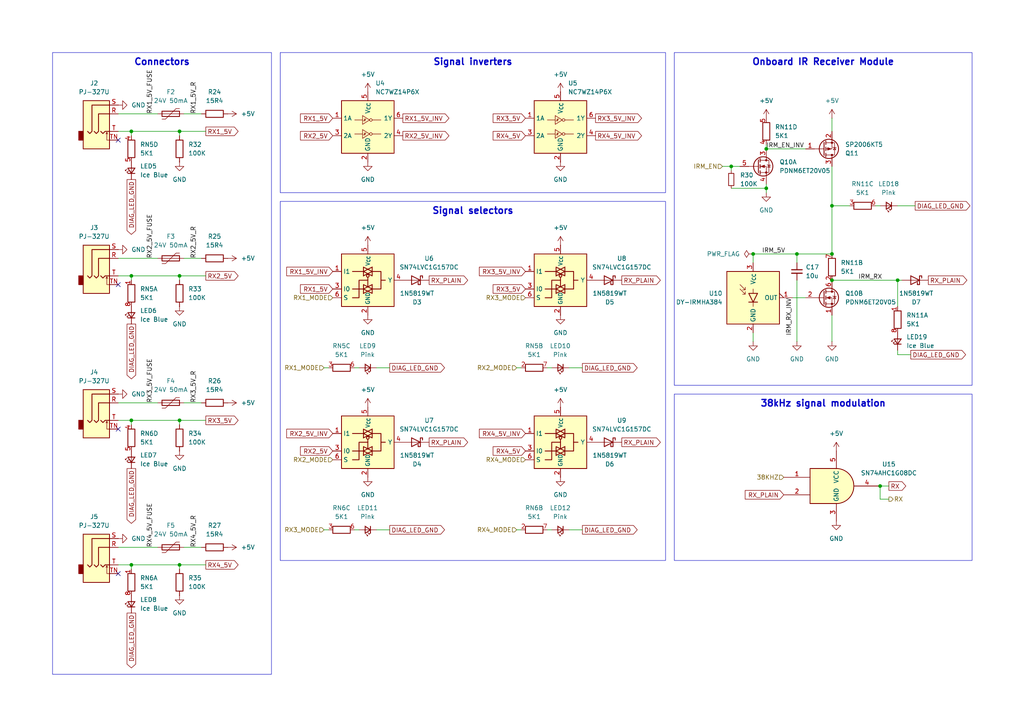
<source format=kicad_sch>
(kicad_sch (version 20250114) (generator "eeschema") (generator_version "9.0")
  (paper "A4")
  (lib_symbols
    (symbol "Device:C_Small" (pin_numbers (hide yes)) (pin_names (offset 0.254) (hide yes))
      (property "Reference" "C" (at 0.254 1.778 0))
      (property "Value" "C_Small" (at 0.254 -2.032 0))
      (symbol "C_Small_1_1"
        (pin passive line (at 0 2.54 270) (length 2.032) (name "~") (number "1"))
        (pin passive line (at 0 -2.54 90) (length 2.032) (name "~") (number "2"))
      )
    )
    (symbol "Device:LED_Small" (pin_numbers (hide yes)) (pin_names (offset 0.254) (hide yes))
      (property "Reference" "D" (at -1.27 3.175 0))
      (property "Value" "LED_Small" (at -4.445 -2.54 0))
      (symbol "LED_Small_1_1"
        (pin passive line (at -2.54 0 0) (length 1.778) (name "K") (number "1"))
        (pin passive line (at 2.54 0 180) (length 1.778) (name "A") (number "2"))
      )
    )
    (symbol "Device:Polyfuse" (pin_numbers (hide yes)) (pin_names (offset 0))
      (property "Reference" "F" (at -2.54 0 90))
      (property "Value" "Polyfuse" (at 2.54 0 90))
      (symbol "Polyfuse_1_1"
        (pin passive line (at 0 3.81 270) (length 1.27) (name "~") (number "1"))
        (pin passive line (at 0 -3.81 90) (length 1.27) (name "~") (number "2"))
      )
    )
    (symbol "Device:R" (pin_numbers (hide yes)) (pin_names (offset 0))
      (property "Reference" "R" (at 2.032 0 90))
      (property "Value" "R" (at 0 0 90))
      (symbol "R_1_1"
        (pin passive line (at 0 3.81 270) (length 1.27) (name "~") (number "1"))
        (pin passive line (at 0 -3.81 90) (length 1.27) (name "~") (number "2"))
      )
    )
    (symbol "Device:R_Pack04_Split" (pin_names (offset 0) (hide yes))
      (property "Reference" "RN" (at 2.032 0 90))
      (property "Value" "R_Pack04_Split" (at 0 0 90))
      (symbol "R_Pack04_Split_1_1"
        (pin passive line (at 0 3.81 270) (length 1.27) (name "R1.2") (number "8"))
        (pin passive line (at 0 -3.81 90) (length 1.27) (name "R1.1") (number "1"))
      )
      (symbol "R_Pack04_Split_2_1"
        (pin passive line (at 0 3.81 270) (length 1.27) (name "R2.2") (number "7"))
        (pin passive line (at 0 -3.81 90) (length 1.27) (name "R2.1") (number "2"))
      )
      (symbol "R_Pack04_Split_3_1"
        (pin passive line (at 0 3.81 270) (length 1.27) (name "R3.2") (number "6"))
        (pin passive line (at 0 -3.81 90) (length 1.27) (name "R3.1") (number "3"))
      )
      (symbol "R_Pack04_Split_4_1"
        (pin passive line (at 0 3.81 270) (length 1.27) (name "R4.2") (number "5"))
        (pin passive line (at 0 -3.81 90) (length 1.27) (name "R4.1") (number "4"))
      )
    )
    (symbol "Device:R_Small" (pin_numbers (hide yes)) (pin_names (offset 0.254) (hide yes))
      (property "Reference" "R" (at 0 0 90))
      (property "Value" "R_Small" (at 1.778 0 90))
      (symbol "R_Small_1_1"
        (pin passive line (at 0 2.54 270) (length 0.762) (name "~") (number "1"))
        (pin passive line (at 0 -2.54 90) (length 0.762) (name "~") (number "2"))
      )
    )
    (symbol "connector:AudioJack3_SwitchT_PJ-327U"
      (property "Reference" "J" (at 0 8.89 0))
      (property "Value" "PJ-327U" (at 0 6.35 0))
      (symbol "AudioJack3_SwitchT_PJ-327U_1_1"
        (pin passive line (at 5.08 2.54 180) (length 2.54) (name "~") (number "S"))
        (pin passive line (at 5.08 0 180) (length 2.54) (name "~") (number "R"))
        (pin passive line (at 5.08 -5.08 180) (length 2.54) (name "~") (number "T"))
        (pin passive line (at 5.08 -7.62 180) (length 2.54) (name "~") (number "TN"))
      )
    )
    (symbol "discrete:1N5819WT" (pin_numbers (hide yes)) (pin_names (offset 1.016) (hide yes))
      (property "Reference" "D" (at 0 2.54 0))
      (property "Value" "1N5819WT" (at 0 -2.54 0))
      (symbol "1N5819WT_1_1"
        (pin passive line (at -3.81 0 0) (length 2.54) (name "K") (number "1"))
        (pin passive line (at 3.81 0 180) (length 2.54) (name "A") (number "2"))
      )
    )
    (symbol "discrete:DY-IRMHA384"
      (property "Reference" "U" (at 2.54 12.7 0))
      (property "Value" "DY-IRMHA384" (at 2.54 10.16 0))
      (symbol "DY-IRMHA384_1_1"
        (pin power_in line (at 0 10.16 270) (length 2.54) (name "V_{CC}") (number "3"))
        (pin power_in line (at 0 -10.16 90) (length 2.54) (name "GND") (number "2"))
        (pin output output_low (at 11.43 0 180) (length 3.81) (name "OUT") (number "1"))
      )
    )
    (symbol "discrete:PDNM6ET20V05" (pin_names (hide yes))
      (property "Reference" "Q" (at 5.08 1.905 0))
      (property "Value" "PDNM6ET20V05" (at 5.08 0 0))
      (symbol "PDNM6ET20V05_1_1"
        (pin input line (at -5.08 0 0) (length 2.54) (name "G") (number "5"))
        (pin passive line (at 2.54 5.08 270) (length 2.54) (name "D") (number "3"))
        (pin passive line (at 2.54 -5.08 90) (length 2.54) (name "S") (number "4"))
      )
      (symbol "PDNM6ET20V05_2_1"
        (pin input line (at -5.08 0 0) (length 2.54) (name "G") (number "2"))
        (pin passive line (at 2.54 5.08 270) (length 2.54) (name "D") (number "6"))
        (pin passive line (at 2.54 -5.08 90) (length 2.54) (name "S") (number "1"))
      )
    )
    (symbol "discrete:SP2006KT5" (pin_names (hide yes))
      (property "Reference" "Q" (at 5.08 1.905 0))
      (property "Value" "SP2006KT5" (at 5.08 0 0))
      (symbol "SP2006KT5_1_1"
        (pin input line (at -5.08 0 0) (length 2.54) (name "G") (number "1"))
        (pin passive line (at 2.54 5.08 270) (length 2.54) (name "D") (number "3"))
        (pin passive line (at 2.54 -5.08 90) (length 2.54) (name "S") (number "2"))
      )
    )
    (symbol "ic:NC7WZ14P6X"
      (property "Reference" "U" (at 2.54 12.7 0))
      (property "Value" "NC7WZ14P6X" (at 2.54 10.16 0))
      (symbol "NC7WZ14P6X_1_1"
        (pin input line (at -10.16 2.54 0) (length 2.54) (name "1A") (number "1"))
        (pin input line (at -10.16 -2.54 0) (length 2.54) (name "2A") (number "3"))
        (pin power_in line (at 0 10.16 270) (length 2.54) (name "V_{CC}") (number "5"))
        (pin power_in line (at 0 -10.16 90) (length 2.54) (name "GND") (number "2"))
        (pin output line (at 10.16 2.54 180) (length 2.54) (name "1Y") (number "6"))
        (pin output line (at 10.16 -2.54 180) (length 2.54) (name "2Y") (number "4"))
      )
    )
    (symbol "ic:SN74AHC1G08DC"
      (property "Reference" "U" (at -5.08 7.62 0))
      (property "Value" "SN74AHC1G08DC" (at 7.62 -7.62 0))
      (symbol "SN74AHC1G08DC_1_1"
        (pin input line (at -15.24 2.54 0) (length 7.62) (name "~") (number "1"))
        (pin input line (at -15.24 -2.54 0) (length 7.62) (name "~") (number "2"))
        (pin power_in line (at 0 10.16 270) (length 5.08) (name "VCC") (number "5"))
        (pin power_in line (at 0 -10.16 90) (length 5.08) (name "GND") (number "3"))
        (pin output line (at 12.7 0 180) (length 7.62) (name "~") (number "4"))
      )
    )
    (symbol "ic:SN74LVC1G157DC"
      (property "Reference" "U" (at 3.175 12.7 0))
      (property "Value" "SN74LVC1G157DC" (at 2.54 10.16 0))
      (symbol "SN74LVC1G157DC_1_1"
        (pin input line (at -10.16 2.54 0) (length 2.54) (name "I1") (number "1"))
        (pin input line (at -10.16 -2.54 0) (length 2.54) (name "I0") (number "3"))
        (pin input line (at -10.16 -5.08 0) (length 2.54) (name "S") (number "6"))
        (pin power_in line (at 0 10.16 270) (length 2.54) (name "V_{CC}") (number "5"))
        (pin power_in line (at 0 -10.16 90) (length 2.54) (name "GND") (number "2"))
        (pin output line (at 10.16 0 180) (length 2.54) (name "Y") (number "4"))
      )
    )
    (symbol "power:GND" (power) (pin_numbers (hide yes)) (pin_names (offset 0) (hide yes))
      (property "Value" "GND" (at 0 -3.81 0))
      (symbol "GND_1_1"
        (pin power_in line (at 0 0 270) (length 0) (name "~") (number "1"))
      )
    )
    (symbol "power:PWR_FLAG" (power) (pin_numbers (hide yes)) (pin_names (offset 0) (hide yes))
      (property "Value" "PWR_FLAG" (at 0 3.81 0))
      (symbol "PWR_FLAG_0_0"
        (pin power_out line (at 0 0 90) (length 0) (name "~") (number "1"))
      )
    )
    (symbol "power:VCC" (power) (pin_numbers (hide yes)) (pin_names (offset 0) (hide yes))
      (property "Value" "VCC" (at 0 3.556 0))
      (symbol "VCC_1_1"
        (pin power_in line (at 0 0 90) (length 0) (name "~") (number "1"))
      )
    )
  )
  (text_box "Signal inverters" (at 81.28 15.24 0) (size 111.76 40.64) (margins 1.4923 1.4923 1.4923 1.4923) (stroke (width 0.127)) (effects (font (size 1.905 1.905) (thickness 0.381) (bold yes)) (justify top)))
  (text_box "Connectors" (at 15.24 15.24 0) (size 63.5 180.34) (margins 1.4923 1.4923 1.4923 1.4923) (stroke (width 0.127)) (effects (font (size 1.905 1.905) (thickness 0.381) (bold yes)) (justify top)))
  (text_box "Onboard IR Receiver Module" (at 195.58 15.24 0) (size 86.36 96.52) (margins 1.4923 1.4923 1.4923 1.4923) (stroke (width 0.127)) (effects (font (size 1.905 1.905) (thickness 0.381) (bold yes)) (justify top)))
  (text_box "38kHz signal modulation" (at 195.58 114.3 0) (size 86.36 48.26) (margins 1.4923 1.4923 1.4923 1.4923) (stroke (width 0.127)) (effects (font (size 1.905 1.905) (thickness 0.381) (bold yes)) (justify top)))
  (text_box "Signal selectors" (at 81.28 58.42 0) (size 111.76 104.14) (margins 1.4923 1.4923 1.4923 1.4923) (stroke (width 0.127)) (effects (font (size 1.905 1.905) (thickness 0.381) (bold yes)) (justify top)))
  (junction (at 52.07 80.01))
  (junction (at 241.3 81.28))
  (junction (at 38.1 80.01))
  (junction (at 260.35 81.28))
  (junction (at 212.09 48.26))
  (junction (at 52.07 163.83))
  (junction (at 241.3 73.66))
  (junction (at 38.1 121.92))
  (junction (at 222.25 43.18))
  (junction (at 38.1 163.83))
  (junction (at 38.1 38.1))
  (junction (at 255.27 140.97))
  (junction (at 52.07 38.1))
  (junction (at 241.3 59.69))
  (junction (at 222.25 54.61))
  (junction (at 218.44 73.66))
  (junction (at 231.14 73.66))
  (junction (at 52.07 121.92))
  (no_connect (at 34.29 40.64))
  (no_connect (at 34.29 166.37))
  (no_connect (at 34.29 124.46))
  (no_connect (at 34.29 82.55))
  (wire (pts (xy 222.25 54.61) (xy 222.25 53.34)))
  (wire (pts (xy 241.3 48.26) (xy 241.3 59.69)))
  (wire (pts (xy 160.02 106.68) (xy 158.75 106.68)))
  (wire (pts (xy 264.16 102.87) (xy 260.35 102.87)))
  (wire (pts (xy 38.1 81.28) (xy 38.1 80.01)))
  (wire (pts (xy 38.1 163.83) (xy 34.29 163.83)))
  (wire (pts (xy 38.1 80.01) (xy 34.29 80.01)))
  (wire (pts (xy 241.3 91.44) (xy 241.3 99.06)))
  (wire (pts (xy 95.25 106.68) (xy 93.98 106.68)))
  (wire (pts (xy 212.09 54.61) (xy 222.25 54.61)))
  (wire (pts (xy 59.69 121.92) (xy 52.07 121.92)))
  (wire (pts (xy 222.25 41.91) (xy 222.25 43.18)))
  (wire (pts (xy 53.34 158.75) (xy 58.42 158.75)))
  (wire (pts (xy 151.13 106.68) (xy 149.86 106.68)))
  (wire (pts (xy 255.27 59.69) (xy 254 59.69)))
  (wire (pts (xy 52.07 121.92) (xy 38.1 121.92)))
  (wire (pts (xy 231.14 81.28) (xy 231.14 99.06)))
  (wire (pts (xy 165.1 153.67) (xy 168.91 153.67)))
  (wire (pts (xy 45.72 158.75) (xy 34.29 158.75)))
  (wire (pts (xy 38.1 165.1) (xy 38.1 163.83)))
  (wire (pts (xy 104.14 106.68) (xy 102.87 106.68)))
  (wire (pts (xy 151.13 153.67) (xy 149.86 153.67)))
  (wire (pts (xy 255.27 144.78) (xy 255.27 140.97)))
  (wire (pts (xy 52.07 38.1) (xy 38.1 38.1)))
  (wire (pts (xy 95.25 153.67) (xy 93.98 153.67)))
  (wire (pts (xy 241.3 81.28) (xy 260.35 81.28)))
  (wire (pts (xy 52.07 38.1) (xy 52.07 39.37)))
  (wire (pts (xy 241.3 59.69) (xy 246.38 59.69)))
  (wire (pts (xy 260.35 81.28) (xy 261.62 81.28)))
  (wire (pts (xy 52.07 80.01) (xy 52.07 81.28)))
  (wire (pts (xy 231.14 73.66) (xy 231.14 76.2)))
  (wire (pts (xy 59.69 80.01) (xy 52.07 80.01)))
  (wire (pts (xy 212.09 48.26) (xy 212.09 49.53)))
  (wire (pts (xy 218.44 73.66) (xy 231.14 73.66)))
  (wire (pts (xy 109.22 106.68) (xy 113.03 106.68)))
  (wire (pts (xy 257.81 144.78) (xy 255.27 144.78)))
  (wire (pts (xy 257.81 140.97) (xy 255.27 140.97)))
  (wire (pts (xy 53.34 116.84) (xy 58.42 116.84)))
  (wire (pts (xy 52.07 163.83) (xy 52.07 165.1)))
  (wire (pts (xy 52.07 121.92) (xy 52.07 123.19)))
  (wire (pts (xy 53.34 74.93) (xy 58.42 74.93)))
  (wire (pts (xy 38.1 39.37) (xy 38.1 38.1)))
  (wire (pts (xy 52.07 80.01) (xy 38.1 80.01)))
  (wire (pts (xy 45.72 33.02) (xy 34.29 33.02)))
  (wire (pts (xy 222.25 55.88) (xy 222.25 54.61)))
  (wire (pts (xy 45.72 74.93) (xy 34.29 74.93)))
  (wire (pts (xy 260.35 81.28) (xy 260.35 88.9)))
  (wire (pts (xy 38.1 123.19) (xy 38.1 121.92)))
  (wire (pts (xy 38.1 121.92) (xy 34.29 121.92)))
  (wire (pts (xy 229.87 86.36) (xy 233.68 86.36)))
  (wire (pts (xy 104.14 153.67) (xy 102.87 153.67)))
  (wire (pts (xy 212.09 48.26) (xy 214.63 48.26)))
  (wire (pts (xy 241.3 34.29) (xy 241.3 38.1)))
  (wire (pts (xy 38.1 38.1) (xy 34.29 38.1)))
  (wire (pts (xy 209.55 48.26) (xy 212.09 48.26)))
  (wire (pts (xy 222.25 43.18) (xy 233.68 43.18)))
  (wire (pts (xy 218.44 99.06) (xy 218.44 96.52)))
  (wire (pts (xy 218.44 73.66) (xy 218.44 76.2)))
  (wire (pts (xy 59.69 163.83) (xy 52.07 163.83)))
  (wire (pts (xy 165.1 106.68) (xy 168.91 106.68)))
  (wire (pts (xy 52.07 163.83) (xy 38.1 163.83)))
  (wire (pts (xy 109.22 153.67) (xy 113.03 153.67)))
  (wire (pts (xy 53.34 33.02) (xy 58.42 33.02)))
  (wire (pts (xy 241.3 59.69) (xy 241.3 73.66)))
  (wire (pts (xy 45.72 116.84) (xy 34.29 116.84)))
  (wire (pts (xy 260.35 102.87) (xy 260.35 101.6)))
  (wire (pts (xy 160.02 153.67) (xy 158.75 153.67)))
  (wire (pts (xy 260.35 59.69) (xy 265.43 59.69)))
  (wire (pts (xy 231.14 73.66) (xy 241.3 73.66)))
  (wire (pts (xy 59.69 38.1) (xy 52.07 38.1)))
  (label "IRM_RX" (at 248.92 81.28 0))
  (label "IRM_5V" (at 220.98 73.66 0))
  (label "IRM_RX_INV" (at 229.87 86.36 270))
  (label "RX3_5V_FUSE" (at 44.45 116.84 90))
  (label "RX3_5V_R" (at 57.15 116.84 90))
  (label "RX2_5V_R" (at 57.15 74.93 90))
  (label "RX1_5V_R" (at 57.15 33.02 90))
  (label "RX4_5V_FUSE" (at 44.45 158.75 90))
  (label "RX2_5V_FUSE" (at 44.45 74.93 90))
  (label "RX1_5V_FUSE" (at 44.45 33.02 90))
  (label "IRM_EN_INV" (at 222.25 43.18 0))
  (label "RX4_5V_R" (at 57.15 158.75 90))
  (global_label "RX_PLAIN" (shape input) (at 227.33 143.51 180) (property "Intersheetrefs" "${INTERSHEET_REFS}" (effects (hide yes))))
  (global_label "DIAG_LED_GND" (shape output) (at 265.43 59.69 0) (property "Intersheetrefs" "${INTERSHEET_REFS}" (effects (hide yes))))
  (global_label "RX_PLAIN" (shape output) (at 180.34 81.28 0) (property "Intersheetrefs" "${INTERSHEET_REFS}" (effects (hide yes))))
  (global_label "RX2_5V" (shape input) (at 96.52 130.81 180) (property "Intersheetrefs" "${INTERSHEET_REFS}" (effects (hide yes))))
  (global_label "DIAG_LED_GND" (shape output) (at 38.1 177.8 270) (property "Intersheetrefs" "${INTERSHEET_REFS}" (effects (hide yes))))
  (global_label "RX4_5V" (shape input) (at 152.4 130.81 180) (property "Intersheetrefs" "${INTERSHEET_REFS}" (effects (hide yes))))
  (global_label "RX1_5V" (shape output) (at 59.69 38.1 0) (property "Intersheetrefs" "${INTERSHEET_REFS}" (effects (hide yes))))
  (global_label "RX3_5V_INV" (shape input) (at 152.4 78.74 180) (property "Intersheetrefs" "${INTERSHEET_REFS}" (effects (hide yes))))
  (global_label "DIAG_LED_GND" (shape output) (at 38.1 52.07 270) (property "Intersheetrefs" "${INTERSHEET_REFS}" (effects (hide yes))))
  (global_label "RX1_5V_INV" (shape input) (at 96.52 78.74 180) (property "Intersheetrefs" "${INTERSHEET_REFS}" (effects (hide yes))))
  (global_label "RX_PLAIN" (shape output) (at 124.46 81.28 0) (property "Intersheetrefs" "${INTERSHEET_REFS}" (effects (hide yes))))
  (global_label "RX3_5V" (shape input) (at 152.4 34.29 180) (property "Intersheetrefs" "${INTERSHEET_REFS}" (effects (hide yes))))
  (global_label "RX_PLAIN" (shape output) (at 124.46 128.27 0) (property "Intersheetrefs" "${INTERSHEET_REFS}" (effects (hide yes))))
  (global_label "RX3_5V" (shape output) (at 59.69 121.92 0) (property "Intersheetrefs" "${INTERSHEET_REFS}" (effects (hide yes))))
  (global_label "RX2_5V_INV" (shape output) (at 116.84 39.37 0) (property "Intersheetrefs" "${INTERSHEET_REFS}" (effects (hide yes))))
  (global_label "RX2_5V_INV" (shape input) (at 96.52 125.73 180) (property "Intersheetrefs" "${INTERSHEET_REFS}" (effects (hide yes))))
  (global_label "DIAG_LED_GND" (shape output) (at 38.1 93.98 270) (property "Intersheetrefs" "${INTERSHEET_REFS}" (effects (hide yes))))
  (global_label "RX1_5V" (shape input) (at 96.52 34.29 180) (property "Intersheetrefs" "${INTERSHEET_REFS}" (effects (hide yes))))
  (global_label "RX1_5V_INV" (shape output) (at 116.84 34.29 0) (property "Intersheetrefs" "${INTERSHEET_REFS}" (effects (hide yes))))
  (global_label "RX4_5V_INV" (shape output) (at 172.72 39.37 0) (property "Intersheetrefs" "${INTERSHEET_REFS}" (effects (hide yes))))
  (global_label "DIAG_LED_GND" (shape output) (at 168.91 153.67 0) (property "Intersheetrefs" "${INTERSHEET_REFS}" (effects (hide yes))))
  (global_label "RX" (shape output) (at 257.81 140.97 0) (property "Intersheetrefs" "${INTERSHEET_REFS}" (effects (hide yes))))
  (global_label "DIAG_LED_GND" (shape output) (at 168.91 106.68 0) (property "Intersheetrefs" "${INTERSHEET_REFS}" (effects (hide yes))))
  (global_label "RX4_5V" (shape output) (at 59.69 163.83 0) (property "Intersheetrefs" "${INTERSHEET_REFS}" (effects (hide yes))))
  (global_label "RX4_5V_INV" (shape input) (at 152.4 125.73 180) (property "Intersheetrefs" "${INTERSHEET_REFS}" (effects (hide yes))))
  (global_label "RX3_5V_INV" (shape output) (at 172.72 34.29 0) (property "Intersheetrefs" "${INTERSHEET_REFS}" (effects (hide yes))))
  (global_label "RX_PLAIN" (shape output) (at 180.34 128.27 0) (property "Intersheetrefs" "${INTERSHEET_REFS}" (effects (hide yes))))
  (global_label "RX4_5V" (shape input) (at 152.4 39.37 180) (property "Intersheetrefs" "${INTERSHEET_REFS}" (effects (hide yes))))
  (global_label "RX1_5V" (shape input) (at 96.52 83.82 180) (property "Intersheetrefs" "${INTERSHEET_REFS}" (effects (hide yes))))
  (global_label "RX_PLAIN" (shape output) (at 269.24 81.28 0) (property "Intersheetrefs" "${INTERSHEET_REFS}" (effects (hide yes))))
  (global_label "DIAG_LED_GND" (shape output) (at 38.1 135.89 270) (property "Intersheetrefs" "${INTERSHEET_REFS}" (effects (hide yes))))
  (global_label "RX2_5V" (shape output) (at 59.69 80.01 0) (property "Intersheetrefs" "${INTERSHEET_REFS}" (effects (hide yes))))
  (global_label "DIAG_LED_GND" (shape output) (at 113.03 106.68 0) (property "Intersheetrefs" "${INTERSHEET_REFS}" (effects (hide yes))))
  (global_label "DIAG_LED_GND" (shape output) (at 113.03 153.67 0) (property "Intersheetrefs" "${INTERSHEET_REFS}" (effects (hide yes))))
  (global_label "RX2_5V" (shape input) (at 96.52 39.37 180) (property "Intersheetrefs" "${INTERSHEET_REFS}" (effects (hide yes))))
  (global_label "RX3_5V" (shape input) (at 152.4 83.82 180) (property "Intersheetrefs" "${INTERSHEET_REFS}" (effects (hide yes))))
  (global_label "DIAG_LED_GND" (shape output) (at 264.16 102.87 0) (property "Intersheetrefs" "${INTERSHEET_REFS}" (effects (hide yes))))
  (hierarchical_label "RX3_MODE" (shape input) (at 93.98 153.67 180))
  (hierarchical_label "RX4_MODE" (shape input) (at 149.86 153.67 180))
  (hierarchical_label "RX4_MODE" (shape input) (at 152.4 133.35 180))
  (hierarchical_label "RX2_MODE" (shape input) (at 149.86 106.68 180))
  (hierarchical_label "38KHZ" (shape input) (at 227.33 138.43 180))
  (hierarchical_label "RX2_MODE" (shape input) (at 96.52 133.35 180))
  (hierarchical_label "RX1_MODE" (shape input) (at 93.98 106.68 180))
  (hierarchical_label "IRM_EN" (shape input) (at 209.55 48.26 180))
  (hierarchical_label "RX1_MODE" (shape input) (at 96.52 86.36 180))
  (hierarchical_label "RX" (shape output) (at 257.81 144.78 0))
  (hierarchical_label "RX3_MODE" (shape input) (at 152.4 86.36 180))
  (symbol (lib_id "Device:LED_Small") (at 162.56 106.68 180) (unit 1)
    (property "Reference" "LED10" (at 162.4965 100.33 0))
    (property "Value" "Pink" (at 162.4965 102.87 0))
    (property "Footprint" "discrete:LED_0603_1608Metric" (effects (hide yes)))
    (property "Description" "Light emitting diode, small symbol" (effects (hide yes)))
    (property "LCSC Part" "C7496826" (effects (hide yes)))
    (property "Sim.Pin" "1=K 2=A" (effects (hide yes)))
  )
  (symbol (lib_id "power:GND") (at 52.07 172.72 0) (mirror y) (unit 1)
    (property "Reference" "#PWR0134" (effects (hide yes)))
    (property "Value" "GND" (at 52.07 177.8 0))
    (property "Description" "Power symbol creates a global label with name \"GND\" , ground" (effects (hide yes)))
  )
  (symbol (lib_id "Device:R_Pack04_Split") (at 38.1 85.09 180) (unit 1)
    (property "Reference" "RN5" (at 40.64 83.8199 0) (effects (justify right)))
    (property "Value" "5K1" (at 40.64 86.3599 0) (effects (justify right)))
    (property "Footprint" "discrete:R_Array_Convex_4x0603" (effects (hide yes)))
    (property "Description" "4 resistor network, parallel topology, split" (effects (hide yes)))
    (property "LCSC Part" "C711414" (effects (hide yes)))
  )
  (symbol (lib_id "Device:R_Pack04_Split") (at 38.1 168.91 180) (unit 1)
    (property "Reference" "RN6" (at 40.64 167.6399 0) (effects (justify right)))
    (property "Value" "5K1" (at 40.64 170.1799 0) (effects (justify right)))
    (property "Footprint" "discrete:R_Array_Convex_4x0603" (effects (hide yes)))
    (property "Description" "4 resistor network, parallel topology, split" (effects (hide yes)))
    (property "LCSC Part" "C711414" (effects (hide yes)))
  )
  (symbol (lib_id "power:VCC") (at 66.04 74.93 270) (unit 1)
    (property "Reference" "#PWR038" (effects (hide yes)))
    (property "Value" "+5V" (at 69.85 74.9299 90) (effects (justify left)))
    (property "Description" "Power symbol creates a global label with name \"VCC\"" (effects (hide yes)))
  )
  (symbol (lib_id "discrete:1N5819WT") (at 176.53 81.28 0) (mirror y) (unit 1)
    (property "Reference" "D5" (at 176.8475 87.63 0))
    (property "Value" "1N5819WT" (at 176.8475 85.09 0))
    (property "Footprint" "package:D_SOD-523" (effects (hide yes)))
    (property "Datasheet" "https://www.lcsc.com/datasheet/lcsc_datasheet_2403011756_JSMSEMI-1N5819WT_C20754784.pdf" (effects (hide yes)))
    (property "Description" "40V 600mV@200mA 350mA SOD-523 Schottky Barrier Diodes, SOD-523" (effects (hide yes)))
    (property "LCSC Part" "C20754784" (effects (hide yes)))
  )
  (symbol (lib_id "Device:LED_Small") (at 257.81 59.69 180) (unit 1)
    (property "Reference" "LED18" (at 257.7465 53.34 0))
    (property "Value" "Pink" (at 257.7465 55.88 0))
    (property "Footprint" "discrete:LED_0603_1608Metric" (effects (hide yes)))
    (property "Description" "Light emitting diode, small symbol" (effects (hide yes)))
    (property "LCSC Part" "C7496826" (effects (hide yes)))
    (property "Sim.Pin" "1=K 2=A" (effects (hide yes)))
  )
  (symbol (lib_id "Device:R_Pack04_Split") (at 241.3 77.47 0) (unit 2)
    (property "Reference" "RN11" (at 243.84 76.1999 0) (effects (justify left)))
    (property "Value" "5K1" (at 243.84 78.7399 0) (effects (justify left)))
    (property "Footprint" "discrete:R_Array_Convex_4x0603" (effects (hide yes)))
    (property "Description" "4 resistor network, parallel topology, split" (effects (hide yes)))
    (property "LCSC Part" "C711414" (effects (hide yes)))
  )
  (symbol (lib_id "power:GND") (at 231.14 99.06 0) (unit 1)
    (property "Reference" "#PWR0168" (effects (hide yes)))
    (property "Value" "GND" (at 231.14 104.14 0))
    (property "Description" "Power symbol creates a global label with name \"GND\" , ground" (effects (hide yes)))
  )
  (symbol (lib_id "power:VCC") (at 66.04 33.02 270) (unit 1)
    (property "Reference" "#PWR036" (effects (hide yes)))
    (property "Value" "+5V" (at 69.85 33.0199 90) (effects (justify left)))
    (property "Description" "Power symbol creates a global label with name \"VCC\"" (effects (hide yes)))
  )
  (symbol (lib_id "power:GND") (at 242.57 151.13 0) (unit 1)
    (property "Reference" "#PWR0160" (effects (hide yes)))
    (property "Value" "GND" (at 242.57 156.21 0))
    (property "Description" "Power symbol creates a global label with name \"GND\" , ground" (effects (hide yes)))
  )
  (symbol (lib_id "power:GND") (at 34.29 114.3 90) (mirror x) (unit 1)
    (property "Reference" "#PWR042" (effects (hide yes)))
    (property "Value" "GND" (at 38.1 114.2999 90) (effects (justify right)))
    (property "Description" "Power symbol creates a global label with name \"GND\" , ground" (effects (hide yes)))
  )
  (symbol (lib_id "power:GND") (at 106.68 46.99 0) (unit 1)
    (property "Reference" "#PWR047" (effects (hide yes)))
    (property "Value" "GND" (at 106.68 52.07 0))
    (property "Description" "Power symbol creates a global label with name \"GND\" , ground" (effects (hide yes)))
  )
  (symbol (lib_id "discrete:1N5819WT") (at 120.65 81.28 0) (mirror y) (unit 1)
    (property "Reference" "D3" (at 120.9675 87.63 0))
    (property "Value" "1N5819WT" (at 120.9675 85.09 0))
    (property "Footprint" "package:D_SOD-523" (effects (hide yes)))
    (property "Datasheet" "https://www.lcsc.com/datasheet/lcsc_datasheet_2403011756_JSMSEMI-1N5819WT_C20754784.pdf" (effects (hide yes)))
    (property "Description" "40V 600mV@200mA 350mA SOD-523 Schottky Barrier Diodes, SOD-523" (effects (hide yes)))
    (property "LCSC Part" "C20754784" (effects (hide yes)))
  )
  (symbol (lib_id "Device:R_Pack04_Split") (at 38.1 127 180) (unit 4)
    (property "Reference" "RN6" (at 40.64 125.7299 0) (effects (justify right)))
    (property "Value" "5K1" (at 40.64 128.2699 0) (effects (justify right)))
    (property "Footprint" "discrete:R_Array_Convex_4x0603" (effects (hide yes)))
    (property "Description" "4 resistor network, parallel topology, split" (effects (hide yes)))
    (property "LCSC Part" "C711414" (effects (hide yes)))
  )
  (symbol (lib_id "ic:SN74LVC1G157DC") (at 162.56 81.28 0) (unit 1)
    (property "Reference" "U8" (at 180.34 74.9614 0))
    (property "Value" "SN74LVC1G157DC" (at 180.34 77.5014 0))
    (property "Footprint" "Package_TO_SOT_SMD:SOT-363_SC-70-6" (effects (hide yes)))
    (property "Datasheet" "https://www.lcsc.com/datasheet/lcsc_datasheet_2406211532_lingxingic-SN74LVC1G157DC-LX_C22469913.pdf" (effects (hide yes)))
    (property "Description" "Single 2-input multiplexer, Low-Voltage CMOS" (effects (hide yes)))
    (property "LCSC Part" "C22469913" (effects (hide yes)))
  )
  (symbol (lib_id "ic:SN74LVC1G157DC") (at 106.68 81.28 0) (unit 1)
    (property "Reference" "U6" (at 124.46 74.9614 0))
    (property "Value" "SN74LVC1G157DC" (at 124.46 77.5014 0))
    (property "Footprint" "Package_TO_SOT_SMD:SOT-363_SC-70-6" (effects (hide yes)))
    (property "Datasheet" "https://www.lcsc.com/datasheet/lcsc_datasheet_2406211532_lingxingic-SN74LVC1G157DC-LX_C22469913.pdf" (effects (hide yes)))
    (property "Description" "Single 2-input multiplexer, Low-Voltage CMOS" (effects (hide yes)))
    (property "LCSC Part" "C22469913" (effects (hide yes)))
  )
  (symbol (lib_id "power:VCC") (at 241.3 34.29 0) (unit 1)
    (property "Reference" "#PWR0164" (effects (hide yes)))
    (property "Value" "+5V" (at 241.3 29.21 0))
    (property "Description" "Power symbol creates a global label with name \"VCC\"" (effects (hide yes)))
  )
  (symbol (lib_id "power:GND") (at 106.68 138.43 0) (unit 1)
    (property "Reference" "#PWR055" (effects (hide yes)))
    (property "Value" "GND" (at 106.68 143.51 0))
    (property "Description" "Power symbol creates a global label with name \"GND\" , ground" (effects (hide yes)))
  )
  (symbol (lib_id "power:GND") (at 34.29 30.48 90) (mirror x) (unit 1)
    (property "Reference" "#PWR012" (effects (hide yes)))
    (property "Value" "GND" (at 38.1 30.4799 90) (effects (justify right)))
    (property "Description" "Power symbol creates a global label with name \"GND\" , ground" (effects (hide yes)))
  )
  (symbol (lib_id "power:GND") (at 52.07 130.81 0) (mirror y) (unit 1)
    (property "Reference" "#PWR0124" (effects (hide yes)))
    (property "Value" "GND" (at 52.07 135.89 0))
    (property "Description" "Power symbol creates a global label with name \"GND\" , ground" (effects (hide yes)))
  )
  (symbol (lib_id "power:GND") (at 106.68 91.44 0) (unit 1)
    (property "Reference" "#PWR051" (effects (hide yes)))
    (property "Value" "GND" (at 106.68 96.52 0))
    (property "Description" "Power symbol creates a global label with name \"GND\" , ground" (effects (hide yes)))
  )
  (symbol (lib_id "connector:AudioJack3_SwitchT_PJ-327U") (at 29.21 33.02 0) (unit 1)
    (property "Reference" "J2" (at 27.305 24.13 0))
    (property "Value" "PJ-327U" (at 27.305 26.67 0))
    (property "Footprint" "connector:Jack_3.5mm_PJ-327U-SMT_Horizontal" (effects (hide yes)))
    (property "Description" "Audio Jack, 3 Poles (Stereo / TRS), Switched T Pole (Normalling)" (effects (hide yes)))
    (property "LCSC Part" "C397453" (effects (hide yes)))
  )
  (symbol (lib_id "Device:R_Small") (at 212.09 52.07 0) (unit 1)
    (property "Reference" "R30" (at 214.63 50.7999 0) (effects (justify left)))
    (property "Value" "100K" (at 214.63 53.3399 0) (effects (justify left)))
    (property "Footprint" "Resistor_SMD:R_0603_1608Metric" (effects (hide yes)))
    (property "Description" "Resistor, small symbol" (effects (hide yes)))
    (property "LCSC Part" "C25803" (effects (hide yes)))
  )
  (symbol (lib_id "Device:R_Pack04_Split") (at 260.35 92.71 180) (unit 1)
    (property "Reference" "RN11" (at 262.89 91.4399 0) (effects (justify right)))
    (property "Value" "5K1" (at 262.89 93.9799 0) (effects (justify right)))
    (property "Footprint" "discrete:R_Array_Convex_4x0603" (effects (hide yes)))
    (property "Description" "4 resistor network, parallel topology, split" (effects (hide yes)))
    (property "LCSC Part" "C711414" (effects (hide yes)))
  )
  (symbol (lib_id "Device:R") (at 62.23 74.93 90) (unit 1)
    (property "Reference" "R25" (at 62.23 68.58 90))
    (property "Value" "15R4" (at 62.23 71.12 90))
    (property "Footprint" "Resistor_SMD:R_1206_3216Metric" (effects (hide yes)))
    (property "Description" "Resistor" (effects (hide yes)))
    (property "LCSC Part" "C3013373" (effects (hide yes)))
  )
  (symbol (lib_id "power:VCC") (at 106.68 26.67 0) (unit 1)
    (property "Reference" "#PWR046" (effects (hide yes)))
    (property "Value" "+5V" (at 106.68 21.59 0))
    (property "Description" "Power symbol creates a global label with name \"VCC\"" (effects (hide yes)))
  )
  (symbol (lib_id "Device:LED_Small") (at 38.1 49.53 90) (unit 1)
    (property "Reference" "LED5" (at 40.64 48.1964 90) (effects (justify right)))
    (property "Value" "Ice Blue" (at 40.64 50.7364 90) (effects (justify right)))
    (property "Footprint" "discrete:LED_0603_1608Metric" (effects (hide yes)))
    (property "Description" "Light emitting diode, small symbol" (effects (hide yes)))
    (property "Sim.Pin" "1=K 2=A" (effects (hide yes)))
    (property "LCSC Part" "C7496823" (effects (hide yes)))
  )
  (symbol (lib_id "Device:LED_Small") (at 260.35 99.06 90) (unit 1)
    (property "Reference" "LED19" (at 262.89 97.7264 90) (effects (justify right)))
    (property "Value" "Ice Blue" (at 262.89 100.2664 90) (effects (justify right)))
    (property "Footprint" "discrete:LED_0603_1608Metric" (effects (hide yes)))
    (property "Description" "Light emitting diode, small symbol" (effects (hide yes)))
    (property "Sim.Pin" "1=K 2=A" (effects (hide yes)))
    (property "LCSC Part" "C7496823" (effects (hide yes)))
  )
  (symbol (lib_id "Device:R_Pack04_Split") (at 38.1 43.18 180) (unit 4)
    (property "Reference" "RN5" (at 40.64 41.9099 0) (effects (justify right)))
    (property "Value" "5K1" (at 40.64 44.4499 0) (effects (justify right)))
    (property "Footprint" "discrete:R_Array_Convex_4x0603" (effects (hide yes)))
    (property "Description" "4 resistor network, parallel topology, split" (effects (hide yes)))
    (property "LCSC Part" "C711414" (effects (hide yes)))
  )
  (symbol (lib_id "Device:R") (at 62.23 33.02 90) (unit 1)
    (property "Reference" "R24" (at 62.23 26.67 90))
    (property "Value" "15R4" (at 62.23 29.21 90))
    (property "Footprint" "Resistor_SMD:R_1206_3216Metric" (effects (hide yes)))
    (property "Description" "Resistor" (effects (hide yes)))
    (property "LCSC Part" "C3013373" (effects (hide yes)))
  )
  (symbol (lib_id "discrete:SP2006KT5") (at 238.76 43.18 0) (mirror x) (unit 1)
    (property "Reference" "Q11" (at 245.11 44.4501 0) (effects (justify left)))
    (property "Value" "SP2006KT5" (at 245.11 41.9101 0) (effects (justify left)))
    (property "Footprint" "package:SOT-523" (effects (hide yes)))
    (property "Datasheet" "https://www.lcsc.com/datasheet/lcsc_datasheet_2411212332_Siliup-SP2006KT5_C41355141.pdf" (effects (hide yes)))
    (property "Description" "-0.66A Id, -20V Vds, P-Channel MOSFET, SOT-563" (effects (hide yes)))
    (property "LCSC Part" "C41355141" (effects (hide yes)))
  )
  (symbol (lib_id "Device:R_Pack04_Split") (at 222.25 38.1 0) (unit 4)
    (property "Reference" "RN11" (at 224.79 36.8299 0) (effects (justify left)))
    (property "Value" "5K1" (at 224.79 39.3699 0) (effects (justify left)))
    (property "Footprint" "discrete:R_Array_Convex_4x0603" (effects (hide yes)))
    (property "Description" "4 resistor network, parallel topology, split" (effects (hide yes)))
    (property "LCSC Part" "C711414" (effects (hide yes)))
  )
  (symbol (lib_id "Device:R") (at 52.07 127 180) (unit 1)
    (property "Reference" "R34" (at 54.61 125.7299 0) (effects (justify right)))
    (property "Value" "100K" (at 54.61 128.2699 0) (effects (justify right)))
    (property "Footprint" "Resistor_SMD:R_0603_1608Metric" (effects (hide yes)))
    (property "Description" "Resistor" (effects (hide yes)))
    (property "LCSC Part" "C25803" (effects (hide yes)))
  )
  (symbol (lib_id "Device:Polyfuse") (at 49.53 74.93 90) (unit 1)
    (property "Reference" "F3" (at 49.53 68.58 90))
    (property "Value" "24V 50mA" (at 49.53 71.12 90))
    (property "Footprint" "Fuse:Fuse_0603_1608Metric" (effects (hide yes)))
    (property "Datasheet" "https://www.lcsc.com/datasheet/lcsc_datasheet_2410122003_Shenzhen-JDT-Fuse-ASMD1206-200-16V_C2982271.pdf" (effects (hide yes)))
    (property "Description" "Resettable fuse, polymeric positive temperature coefficient" (effects (hide yes)))
    (property "LCSC Part" "C369141" (effects (hide yes)))
  )
  (symbol (lib_id "Device:LED_Small") (at 106.68 106.68 180) (unit 1)
    (property "Reference" "LED9" (at 106.6165 100.33 0))
    (property "Value" "Pink" (at 106.6165 102.87 0))
    (property "Footprint" "discrete:LED_0603_1608Metric" (effects (hide yes)))
    (property "Description" "Light emitting diode, small symbol" (effects (hide yes)))
    (property "LCSC Part" "C7496826" (effects (hide yes)))
    (property "Sim.Pin" "1=K 2=A" (effects (hide yes)))
  )
  (symbol (lib_id "discrete:DY-IRMHA384") (at 218.44 86.36 0) (unit 1)
    (property "Reference" "U10" (at 209.55 85.0899 0) (effects (justify right)))
    (property "Value" "DY-IRMHA384" (at 209.55 87.6299 0) (effects (justify right)))
    (property "Footprint" "package:IRM_5.0mmx4.2mm_P1.27mm_Horizontal" (effects (hide yes)))
    (property "Datasheet" "https://www.lcsc.com/datasheet/lcsc_datasheet_2306011403_TONYU-DY-IRMHA384-T05-2KB_C6071554.pdf" (effects (hide yes)))
    (property "Description" "38kHz 18m ±45° 2.7V-5.5V Infrared Receiver Module (IRM)" (effects (hide yes)))
    (property "LCSC Part" "C6071554" (effects (hide yes)))
  )
  (symbol (lib_id "connector:AudioJack3_SwitchT_PJ-327U") (at 29.21 74.93 0) (unit 1)
    (property "Reference" "J3" (at 27.305 66.04 0))
    (property "Value" "PJ-327U" (at 27.305 68.58 0))
    (property "Footprint" "connector:Jack_3.5mm_PJ-327U-SMT_Horizontal" (effects (hide yes)))
    (property "Description" "Audio Jack, 3 Poles (Stereo / TRS), Switched T Pole (Normalling)" (effects (hide yes)))
    (property "LCSC Part" "C397453" (effects (hide yes)))
  )
  (symbol (lib_id "power:VCC") (at 66.04 116.84 270) (unit 1)
    (property "Reference" "#PWR043" (effects (hide yes)))
    (property "Value" "+5V" (at 69.85 116.8399 90) (effects (justify left)))
    (property "Description" "Power symbol creates a global label with name \"VCC\"" (effects (hide yes)))
  )
  (symbol (lib_id "Device:LED_Small") (at 38.1 175.26 90) (unit 1)
    (property "Reference" "LED8" (at 40.64 173.9264 90) (effects (justify right)))
    (property "Value" "Ice Blue" (at 40.64 176.4664 90) (effects (justify right)))
    (property "Footprint" "discrete:LED_0603_1608Metric" (effects (hide yes)))
    (property "Description" "Light emitting diode, small symbol" (effects (hide yes)))
    (property "Sim.Pin" "1=K 2=A" (effects (hide yes)))
    (property "LCSC Part" "C7496823" (effects (hide yes)))
  )
  (symbol (lib_id "power:VCC") (at 106.68 71.12 0) (unit 1)
    (property "Reference" "#PWR050" (effects (hide yes)))
    (property "Value" "+5V" (at 106.68 66.04 0))
    (property "Description" "Power symbol creates a global label with name \"VCC\"" (effects (hide yes)))
  )
  (symbol (lib_id "discrete:1N5819WT") (at 176.53 128.27 0) (mirror y) (unit 1)
    (property "Reference" "D6" (at 176.8475 134.62 0))
    (property "Value" "1N5819WT" (at 176.8475 132.08 0))
    (property "Footprint" "package:D_SOD-523" (effects (hide yes)))
    (property "Datasheet" "https://www.lcsc.com/datasheet/lcsc_datasheet_2403011756_JSMSEMI-1N5819WT_C20754784.pdf" (effects (hide yes)))
    (property "Description" "40V 600mV@200mA 350mA SOD-523 Schottky Barrier Diodes, SOD-523" (effects (hide yes)))
    (property "LCSC Part" "C20754784" (effects (hide yes)))
  )
  (symbol (lib_id "power:GND") (at 52.07 46.99 0) (mirror y) (unit 1)
    (property "Reference" "#PWR034" (effects (hide yes)))
    (property "Value" "GND" (at 52.07 52.07 0))
    (property "Description" "Power symbol creates a global label with name \"GND\" , ground" (effects (hide yes)))
  )
  (symbol (lib_id "power:VCC") (at 222.25 34.29 0) (unit 1)
    (property "Reference" "#PWR0167" (effects (hide yes)))
    (property "Value" "+5V" (at 222.25 29.21 0))
    (property "Description" "Power symbol creates a global label with name \"VCC\"" (effects (hide yes)))
  )
  (symbol (lib_id "Device:LED_Small") (at 38.1 133.35 90) (unit 1)
    (property "Reference" "LED7" (at 40.64 132.0164 90) (effects (justify right)))
    (property "Value" "Ice Blue" (at 40.64 134.5564 90) (effects (justify right)))
    (property "Footprint" "discrete:LED_0603_1608Metric" (effects (hide yes)))
    (property "Description" "Light emitting diode, small symbol" (effects (hide yes)))
    (property "Sim.Pin" "1=K 2=A" (effects (hide yes)))
    (property "LCSC Part" "C7496823" (effects (hide yes)))
  )
  (symbol (lib_id "Device:C_Small") (at 231.14 78.74 0) (unit 1)
    (property "Reference" "C17" (at 233.68 77.4762 0) (effects (justify left)))
    (property "Value" "10u" (at 233.68 80.0162 0) (effects (justify left)))
    (property "Footprint" "discrete:C_0603_1608Metric" (effects (hide yes)))
    (property "Description" "Unpolarized capacitor, small symbol" (effects (hide yes)))
    (property "LCSC Part" "C22367825" (effects (hide yes)))
  )
  (symbol (lib_id "Device:R") (at 62.23 158.75 90) (unit 1)
    (property "Reference" "R27" (at 62.23 152.4 90))
    (property "Value" "15R4" (at 62.23 154.94 90))
    (property "Footprint" "Resistor_SMD:R_1206_3216Metric" (effects (hide yes)))
    (property "Description" "Resistor" (effects (hide yes)))
    (property "LCSC Part" "C3013373" (effects (hide yes)))
  )
  (symbol (lib_id "power:GND") (at 241.3 99.06 0) (unit 1)
    (property "Reference" "#PWR0165" (effects (hide yes)))
    (property "Value" "GND" (at 241.3 104.14 0))
    (property "Description" "Power symbol creates a global label with name \"GND\" , ground" (effects (hide yes)))
  )
  (symbol (lib_id "ic:SN74LVC1G157DC") (at 162.56 128.27 0) (unit 1)
    (property "Reference" "U9" (at 180.34 121.9514 0))
    (property "Value" "SN74LVC1G157DC" (at 180.34 124.4914 0))
    (property "Footprint" "Package_TO_SOT_SMD:SOT-363_SC-70-6" (effects (hide yes)))
    (property "Datasheet" "https://www.lcsc.com/datasheet/lcsc_datasheet_2406211532_lingxingic-SN74LVC1G157DC-LX_C22469913.pdf" (effects (hide yes)))
    (property "Description" "Single 2-input multiplexer, Low-Voltage CMOS" (effects (hide yes)))
    (property "LCSC Part" "C22469913" (effects (hide yes)))
  )
  (symbol (lib_id "Device:LED_Small") (at 162.56 153.67 180) (unit 1)
    (property "Reference" "LED12" (at 162.4965 147.32 0))
    (property "Value" "Pink" (at 162.4965 149.86 0))
    (property "Footprint" "discrete:LED_0603_1608Metric" (effects (hide yes)))
    (property "Description" "Light emitting diode, small symbol" (effects (hide yes)))
    (property "LCSC Part" "C7496826" (effects (hide yes)))
    (property "Sim.Pin" "1=K 2=A" (effects (hide yes)))
  )
  (symbol (lib_id "power:GND") (at 218.44 99.06 0) (unit 1)
    (property "Reference" "#PWR0163" (effects (hide yes)))
    (property "Value" "GND" (at 218.44 104.14 0))
    (property "Description" "Power symbol creates a global label with name \"GND\" , ground" (effects (hide yes)))
  )
  (symbol (lib_id "power:GND") (at 162.56 46.99 0) (unit 1)
    (property "Reference" "#PWR049" (effects (hide yes)))
    (property "Value" "GND" (at 162.56 52.07 0))
    (property "Description" "Power symbol creates a global label with name \"GND\" , ground" (effects (hide yes)))
  )
  (symbol (lib_id "power:GND") (at 52.07 88.9 0) (mirror y) (unit 1)
    (property "Reference" "#PWR059" (effects (hide yes)))
    (property "Value" "GND" (at 52.07 93.98 0))
    (property "Description" "Power symbol creates a global label with name \"GND\" , ground" (effects (hide yes)))
  )
  (symbol (lib_id "power:GND") (at 34.29 72.39 90) (mirror x) (unit 1)
    (property "Reference" "#PWR037" (effects (hide yes)))
    (property "Value" "GND" (at 38.1 72.3899 90) (effects (justify right)))
    (property "Description" "Power symbol creates a global label with name \"GND\" , ground" (effects (hide yes)))
  )
  (symbol (lib_id "ic:SN74AHC1G08DC") (at 242.57 140.97 0) (unit 1)
    (property "Reference" "U15" (at 257.81 134.6514 0))
    (property "Value" "SN74AHC1G08DC" (at 257.81 137.1914 0))
    (property "Footprint" "Package_TO_SOT_SMD:SOT-353_SC-70-5" (effects (hide yes)))
    (property "Datasheet" "https://www.lcsc.com/datasheet/lcsc_datasheet_2409280130_lingxingic-SN74AHC1G08DC-LX_C22469964.pdf" (effects (hide yes)))
    (property "Description" "Single AND Gate, 2V-5.5V CMOS, SOT-353" (effects (hide yes)))
    (property "LCSC Part" "C22469964" (effects (hide yes)))
  )
  (symbol (lib_id "Device:R_Pack04_Split") (at 99.06 153.67 270) (unit 3)
    (property "Reference" "RN6" (at 99.06 147.32 90))
    (property "Value" "5K1" (at 99.06 149.86 90))
    (property "Footprint" "discrete:R_Array_Convex_4x0603" (effects (hide yes)))
    (property "Description" "4 resistor network, parallel topology, split" (effects (hide yes)))
    (property "LCSC Part" "C711414" (effects (hide yes)))
  )
  (symbol (lib_id "power:PWR_FLAG") (at 218.44 73.66 90) (unit 1)
    (property "Reference" "#FLG04" (effects (hide yes)))
    (property "Value" "PWR_FLAG" (at 214.63 73.6599 90) (effects (justify left)))
    (property "Description" "Special symbol for telling ERC where power comes from" (effects (hide yes)))
  )
  (symbol (lib_id "ic:NC7WZ14P6X") (at 106.68 36.83 0) (unit 1)
    (property "Reference" "U4" (at 108.8741 24.13 0) (effects (justify left)))
    (property "Value" "NC7WZ14P6X" (at 108.8741 26.67 0) (effects (justify left)))
    (property "Footprint" "Package_TO_SOT_SMD:SOT-363_SC-70-6" (effects (hide yes)))
    (property "Datasheet" "https://www.onsemi.com/download/data-sheet/pdf/nc7wz14-d.pdf" (effects (hide yes)))
    (property "Description" "Dual schmitt inverter, VCC from 1.65 to 5.5 V, SOT-363-6" (effects (hide yes)))
    (property "LCSC Part" "C5207816" (effects (hide yes)))
  )
  (symbol (lib_id "Device:R_Pack04_Split") (at 99.06 106.68 270) (unit 3)
    (property "Reference" "RN5" (at 99.06 100.33 90))
    (property "Value" "5K1" (at 99.06 102.87 90))
    (property "Footprint" "discrete:R_Array_Convex_4x0603" (effects (hide yes)))
    (property "Description" "4 resistor network, parallel topology, split" (effects (hide yes)))
    (property "LCSC Part" "C711414" (effects (hide yes)))
  )
  (symbol (lib_id "power:VCC") (at 162.56 118.11 0) (unit 1)
    (property "Reference" "#PWR056" (effects (hide yes)))
    (property "Value" "+5V" (at 162.56 113.03 0))
    (property "Description" "Power symbol creates a global label with name \"VCC\"" (effects (hide yes)))
  )
  (symbol (lib_id "connector:AudioJack3_SwitchT_PJ-327U") (at 29.21 158.75 0) (unit 1)
    (property "Reference" "J5" (at 27.305 149.86 0))
    (property "Value" "PJ-327U" (at 27.305 152.4 0))
    (property "Footprint" "connector:Jack_3.5mm_PJ-327U-SMT_Horizontal" (effects (hide yes)))
    (property "Description" "Audio Jack, 3 Poles (Stereo / TRS), Switched T Pole (Normalling)" (effects (hide yes)))
    (property "LCSC Part" "C397453" (effects (hide yes)))
  )
  (symbol (lib_id "Device:R") (at 52.07 168.91 180) (unit 1)
    (property "Reference" "R35" (at 54.61 167.6399 0) (effects (justify right)))
    (property "Value" "100K" (at 54.61 170.1799 0) (effects (justify right)))
    (property "Footprint" "Resistor_SMD:R_0603_1608Metric" (effects (hide yes)))
    (property "Description" "Resistor" (effects (hide yes)))
    (property "LCSC Part" "C25803" (effects (hide yes)))
  )
  (symbol (lib_id "Device:R_Pack04_Split") (at 154.94 106.68 270) (unit 2)
    (property "Reference" "RN5" (at 154.94 100.33 90))
    (property "Value" "5K1" (at 154.94 102.87 90))
    (property "Footprint" "discrete:R_Array_Convex_4x0603" (effects (hide yes)))
    (property "Description" "4 resistor network, parallel topology, split" (effects (hide yes)))
    (property "LCSC Part" "C711414" (effects (hide yes)))
  )
  (symbol (lib_id "connector:AudioJack3_SwitchT_PJ-327U") (at 29.21 116.84 0) (unit 1)
    (property "Reference" "J4" (at 27.305 107.95 0))
    (property "Value" "PJ-327U" (at 27.305 110.49 0))
    (property "Footprint" "connector:Jack_3.5mm_PJ-327U-SMT_Horizontal" (effects (hide yes)))
    (property "Description" "Audio Jack, 3 Poles (Stereo / TRS), Switched T Pole (Normalling)" (effects (hide yes)))
    (property "LCSC Part" "C397453" (effects (hide yes)))
  )
  (symbol (lib_id "power:GND") (at 162.56 138.43 0) (unit 1)
    (property "Reference" "#PWR057" (effects (hide yes)))
    (property "Value" "GND" (at 162.56 143.51 0))
    (property "Description" "Power symbol creates a global label with name \"GND\" , ground" (effects (hide yes)))
  )
  (symbol (lib_id "ic:SN74LVC1G157DC") (at 106.68 128.27 0) (unit 1)
    (property "Reference" "U7" (at 124.46 121.9514 0))
    (property "Value" "SN74LVC1G157DC" (at 124.46 124.4914 0))
    (property "Footprint" "Package_TO_SOT_SMD:SOT-363_SC-70-6" (effects (hide yes)))
    (property "Datasheet" "https://www.lcsc.com/datasheet/lcsc_datasheet_2406211532_lingxingic-SN74LVC1G157DC-LX_C22469913.pdf" (effects (hide yes)))
    (property "Description" "Single 2-input multiplexer, Low-Voltage CMOS" (effects (hide yes)))
    (property "LCSC Part" "C22469913" (effects (hide yes)))
  )
  (symbol (lib_id "discrete:PDNM6ET20V05") (at 238.76 86.36 0) (unit 2)
    (property "Reference" "Q10" (at 245.11 85.0899 0) (effects (justify left)))
    (property "Value" "PDNM6ET20V05" (at 245.11 87.6299 0) (effects (justify left)))
    (property "Footprint" "Package_TO_SOT_SMD:SOT-563" (effects (hide yes)))
    (property "Datasheet" "https://www.lcsc.com/datasheet/lcsc_datasheet_2410121242_Shanghai-Prisemi-Elec-PDNM6ET20V05_C918811.pdf" (effects (hide yes)))
    (property "Description" "500mA Id, 20V Vds, Dual N-Channel MOSFET, SOT-563" (effects (hide yes)))
    (property "LCSC Part" "C918811" (effects (hide yes)))
  )
  (symbol (lib_id "discrete:PDNM6ET20V05") (at 219.71 48.26 0) (unit 1)
    (property "Reference" "Q10" (at 226.06 46.9899 0) (effects (justify left)))
    (property "Value" "PDNM6ET20V05" (at 226.06 49.5299 0) (effects (justify left)))
    (property "Footprint" "Package_TO_SOT_SMD:SOT-563" (effects (hide yes)))
    (property "Datasheet" "https://www.lcsc.com/datasheet/lcsc_datasheet_2410121242_Shanghai-Prisemi-Elec-PDNM6ET20V05_C918811.pdf" (effects (hide yes)))
    (property "Description" "500mA Id, 20V Vds, Dual N-Channel MOSFET, SOT-563" (effects (hide yes)))
    (property "LCSC Part" "C918811" (effects (hide yes)))
  )
  (symbol (lib_id "Device:LED_Small") (at 106.68 153.67 180) (unit 1)
    (property "Reference" "LED11" (at 106.6165 147.32 0))
    (property "Value" "Pink" (at 106.6165 149.86 0))
    (property "Footprint" "discrete:LED_0603_1608Metric" (effects (hide yes)))
    (property "Description" "Light emitting diode, small symbol" (effects (hide yes)))
    (property "LCSC Part" "C7496826" (effects (hide yes)))
    (property "Sim.Pin" "1=K 2=A" (effects (hide yes)))
  )
  (symbol (lib_id "Device:R") (at 52.07 43.18 180) (unit 1)
    (property "Reference" "R32" (at 54.61 41.9099 0) (effects (justify right)))
    (property "Value" "100K" (at 54.61 44.4499 0) (effects (justify right)))
    (property "Footprint" "Resistor_SMD:R_0603_1608Metric" (effects (hide yes)))
    (property "Description" "Resistor" (effects (hide yes)))
    (property "LCSC Part" "C25803" (effects (hide yes)))
  )
  (symbol (lib_id "power:VCC") (at 162.56 26.67 0) (unit 1)
    (property "Reference" "#PWR048" (effects (hide yes)))
    (property "Value" "+5V" (at 162.56 21.59 0))
    (property "Description" "Power symbol creates a global label with name \"VCC\"" (effects (hide yes)))
  )
  (symbol (lib_id "discrete:1N5819WT") (at 120.65 128.27 0) (mirror y) (unit 1)
    (property "Reference" "D4" (at 120.9675 134.62 0))
    (property "Value" "1N5819WT" (at 120.9675 132.08 0))
    (property "Footprint" "package:D_SOD-523" (effects (hide yes)))
    (property "Datasheet" "https://www.lcsc.com/datasheet/lcsc_datasheet_2403011756_JSMSEMI-1N5819WT_C20754784.pdf" (effects (hide yes)))
    (property "Description" "40V 600mV@200mA 350mA SOD-523 Schottky Barrier Diodes, SOD-523" (effects (hide yes)))
    (property "LCSC Part" "C20754784" (effects (hide yes)))
  )
  (symbol (lib_id "power:GND") (at 222.25 55.88 0) (unit 1)
    (property "Reference" "#PWR0166" (effects (hide yes)))
    (property "Value" "GND" (at 222.25 60.96 0))
    (property "Description" "Power symbol creates a global label with name \"GND\" , ground" (effects (hide yes)))
  )
  (symbol (lib_id "ic:NC7WZ14P6X") (at 162.56 36.83 0) (unit 1)
    (property "Reference" "U5" (at 164.7541 24.13 0) (effects (justify left)))
    (property "Value" "NC7WZ14P6X" (at 164.7541 26.67 0) (effects (justify left)))
    (property "Footprint" "Package_TO_SOT_SMD:SOT-363_SC-70-6" (effects (hide yes)))
    (property "Datasheet" "https://www.onsemi.com/download/data-sheet/pdf/nc7wz14-d.pdf" (effects (hide yes)))
    (property "Description" "Dual schmitt inverter, VCC from 1.65 to 5.5 V, SOT-363-6" (effects (hide yes)))
    (property "LCSC Part" "C5207816" (effects (hide yes)))
  )
  (symbol (lib_id "Device:Polyfuse") (at 49.53 116.84 90) (unit 1)
    (property "Reference" "F4" (at 49.53 110.49 90))
    (property "Value" "24V 50mA" (at 49.53 113.03 90))
    (property "Footprint" "Fuse:Fuse_0603_1608Metric" (effects (hide yes)))
    (property "Datasheet" "https://www.lcsc.com/datasheet/lcsc_datasheet_2410122003_Shenzhen-JDT-Fuse-ASMD1206-200-16V_C2982271.pdf" (effects (hide yes)))
    (property "Description" "Resettable fuse, polymeric positive temperature coefficient" (effects (hide yes)))
    (property "LCSC Part" "C369141" (effects (hide yes)))
  )
  (symbol (lib_id "Device:Polyfuse") (at 49.53 33.02 90) (unit 1)
    (property "Reference" "F2" (at 49.53 26.67 90))
    (property "Value" "24V 50mA" (at 49.53 29.21 90))
    (property "Footprint" "Fuse:Fuse_0603_1608Metric" (effects (hide yes)))
    (property "Datasheet" "https://www.lcsc.com/datasheet/lcsc_datasheet_2410122003_Shenzhen-JDT-Fuse-ASMD1206-200-16V_C2982271.pdf" (effects (hide yes)))
    (property "Description" "Resettable fuse, polymeric positive temperature coefficient" (effects (hide yes)))
    (property "LCSC Part" "C369141" (effects (hide yes)))
  )
  (symbol (lib_id "power:GND") (at 34.29 156.21 90) (mirror x) (unit 1)
    (property "Reference" "#PWR044" (effects (hide yes)))
    (property "Value" "GND" (at 38.1 156.2099 90) (effects (justify right)))
    (property "Description" "Power symbol creates a global label with name \"GND\" , ground" (effects (hide yes)))
  )
  (symbol (lib_id "Device:R") (at 62.23 116.84 90) (unit 1)
    (property "Reference" "R26" (at 62.23 110.49 90))
    (property "Value" "15R4" (at 62.23 113.03 90))
    (property "Footprint" "Resistor_SMD:R_1206_3216Metric" (effects (hide yes)))
    (property "Description" "Resistor" (effects (hide yes)))
    (property "LCSC Part" "C3013373" (effects (hide yes)))
  )
  (symbol (lib_id "Device:R") (at 52.07 85.09 180) (unit 1)
    (property "Reference" "R33" (at 54.61 83.8199 0) (effects (justify right)))
    (property "Value" "100K" (at 54.61 86.3599 0) (effects (justify right)))
    (property "Footprint" "Resistor_SMD:R_0603_1608Metric" (effects (hide yes)))
    (property "Description" "Resistor" (effects (hide yes)))
    (property "LCSC Part" "C25803" (effects (hide yes)))
  )
  (symbol (lib_id "power:VCC") (at 242.57 130.81 0) (unit 1)
    (property "Reference" "#PWR0161" (effects (hide yes)))
    (property "Value" "+5V" (at 242.57 125.73 0))
    (property "Description" "Power symbol creates a global label with name \"VCC\"" (effects (hide yes)))
  )
  (symbol (lib_id "power:VCC") (at 106.68 118.11 0) (unit 1)
    (property "Reference" "#PWR054" (effects (hide yes)))
    (property "Value" "+5V" (at 106.68 113.03 0))
    (property "Description" "Power symbol creates a global label with name \"VCC\"" (effects (hide yes)))
  )
  (symbol (lib_id "power:GND") (at 162.56 91.44 0) (unit 1)
    (property "Reference" "#PWR053" (effects (hide yes)))
    (property "Value" "GND" (at 162.56 96.52 0))
    (property "Description" "Power symbol creates a global label with name \"GND\" , ground" (effects (hide yes)))
  )
  (symbol (lib_id "Device:R_Pack04_Split") (at 250.19 59.69 270) (unit 3)
    (property "Reference" "RN11" (at 250.19 53.34 90))
    (property "Value" "5K1" (at 250.19 55.88 90))
    (property "Footprint" "discrete:R_Array_Convex_4x0603" (effects (hide yes)))
    (property "Description" "4 resistor network, parallel topology, split" (effects (hide yes)))
    (property "LCSC Part" "C711414" (effects (hide yes)))
  )
  (symbol (lib_id "Device:R_Pack04_Split") (at 154.94 153.67 270) (unit 2)
    (property "Reference" "RN6" (at 154.94 147.32 90))
    (property "Value" "5K1" (at 154.94 149.86 90))
    (property "Footprint" "discrete:R_Array_Convex_4x0603" (effects (hide yes)))
    (property "Description" "4 resistor network, parallel topology, split" (effects (hide yes)))
    (property "LCSC Part" "C711414" (effects (hide yes)))
  )
  (symbol (lib_id "power:VCC") (at 162.56 71.12 0) (unit 1)
    (property "Reference" "#PWR052" (effects (hide yes)))
    (property "Value" "+5V" (at 162.56 66.04 0))
    (property "Description" "Power symbol creates a global label with name \"VCC\"" (effects (hide yes)))
  )
  (symbol (lib_id "power:VCC") (at 66.04 158.75 270) (unit 1)
    (property "Reference" "#PWR045" (effects (hide yes)))
    (property "Value" "+5V" (at 69.85 158.7499 90) (effects (justify left)))
    (property "Description" "Power symbol creates a global label with name \"VCC\"" (effects (hide yes)))
  )
  (symbol (lib_id "Device:LED_Small") (at 38.1 91.44 90) (unit 1)
    (property "Reference" "LED6" (at 40.64 90.1064 90) (effects (justify right)))
    (property "Value" "Ice Blue" (at 40.64 92.6464 90) (effects (justify right)))
    (property "Footprint" "discrete:LED_0603_1608Metric" (effects (hide yes)))
    (property "Description" "Light emitting diode, small symbol" (effects (hide yes)))
    (property "Sim.Pin" "1=K 2=A" (effects (hide yes)))
    (property "LCSC Part" "C7496823" (effects (hide yes)))
  )
  (symbol (lib_id "Device:Polyfuse") (at 49.53 158.75 90) (unit 1)
    (property "Reference" "F5" (at 49.53 152.4 90))
    (property "Value" "24V 50mA" (at 49.53 154.94 90))
    (property "Footprint" "Fuse:Fuse_0603_1608Metric" (effects (hide yes)))
    (property "Datasheet" "https://www.lcsc.com/datasheet/lcsc_datasheet_2410122003_Shenzhen-JDT-Fuse-ASMD1206-200-16V_C2982271.pdf" (effects (hide yes)))
    (property "Description" "Resettable fuse, polymeric positive temperature coefficient" (effects (hide yes)))
    (property "LCSC Part" "C369141" (effects (hide yes)))
  )
  (symbol (lib_id "discrete:1N5819WT") (at 265.43 81.28 0) (mirror y) (unit 1)
    (property "Reference" "D7" (at 265.7475 87.63 0))
    (property "Value" "1N5819WT" (at 265.7475 85.09 0))
    (property "Footprint" "package:D_SOD-523" (effects (hide yes)))
    (property "Datasheet" "https://www.lcsc.com/datasheet/lcsc_datasheet_2403011756_JSMSEMI-1N5819WT_C20754784.pdf" (effects (hide yes)))
    (property "Description" "40V 600mV@200mA 350mA SOD-523 Schottky Barrier Diodes, SOD-523" (effects (hide yes)))
    (property "LCSC Part" "C20754784" (effects (hide yes)))
  )
)
</source>
